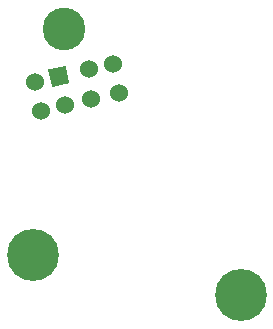
<source format=gbs>
%TF.GenerationSoftware,KiCad,Pcbnew,5.1.12-84ad8e8a86~92~ubuntu20.04.1*%
%TF.CreationDate,2021-12-06T23:57:06-06:00*%
%TF.ProjectId,portboard_img4,706f7274-626f-4617-9264-5f696d67342e,rev?*%
%TF.SameCoordinates,Original*%
%TF.FileFunction,Soldermask,Bot*%
%TF.FilePolarity,Negative*%
%FSLAX46Y46*%
G04 Gerber Fmt 4.6, Leading zero omitted, Abs format (unit mm)*
G04 Created by KiCad (PCBNEW 5.1.12-84ad8e8a86~92~ubuntu20.04.1) date 2021-12-06 23:57:06*
%MOMM*%
%LPD*%
G01*
G04 APERTURE LIST*
%ADD10C,3.601600*%
%ADD11C,1.524000*%
%ADD12C,4.400000*%
G04 APERTURE END LIST*
D10*
%TO.C,J2*%
X105346500Y-68072000D03*
D11*
X107456078Y-71489554D03*
G36*
G01*
X104335191Y-72927928D02*
X104020060Y-71540875D01*
G75*
G02*
X104058343Y-71480082I49538J11255D01*
G01*
X105445396Y-71164951D01*
G75*
G02*
X105506189Y-71203234I11255J-49538D01*
G01*
X105821320Y-72590287D01*
G75*
G02*
X105783037Y-72651080I-49538J-11255D01*
G01*
X104395984Y-72966211D01*
G75*
G02*
X104335191Y-72927928I-11255J49538D01*
G01*
G37*
X102872876Y-72530832D03*
X109503892Y-71024303D03*
X110057763Y-73462176D03*
X103426748Y-74968706D03*
X105474561Y-74503454D03*
X107619890Y-74016047D03*
%TD*%
D12*
%TO.C,H2*%
X120350000Y-90600000D03*
%TD*%
%TO.C,H1*%
X102700000Y-87223800D03*
%TD*%
M02*

</source>
